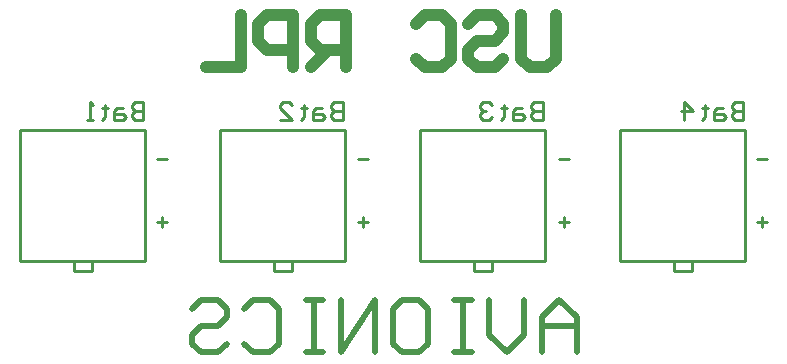
<source format=gbo>
%FSLAX23Y23*%
%MOIN*%
G70*
G01*
G75*
G04 Layer_Color=32896*
%ADD10C,0.091*%
%ADD11C,0.010*%
%ADD12C,0.040*%
%ADD13C,0.020*%
D11*
X610Y1275D02*
Y1710D01*
X195Y1275D02*
X610D01*
X195D02*
Y1710D01*
X610D01*
X435Y1240D02*
Y1275D01*
X375Y1240D02*
X435D01*
X375D02*
Y1270D01*
X1277Y1275D02*
Y1710D01*
X862Y1275D02*
X1277D01*
X862D02*
Y1710D01*
X1277D01*
X1102Y1240D02*
Y1275D01*
X1042Y1240D02*
X1102D01*
X1042D02*
Y1270D01*
X1943Y1275D02*
Y1710D01*
X1528Y1275D02*
X1943D01*
X1528D02*
Y1710D01*
X1943D01*
X1768Y1240D02*
Y1275D01*
X1708Y1240D02*
X1768D01*
X1708D02*
Y1270D01*
X2610Y1275D02*
Y1710D01*
X2195Y1275D02*
X2610D01*
X2195D02*
Y1710D01*
X2610D01*
X2435Y1240D02*
Y1275D01*
X2375Y1240D02*
X2435D01*
X2375D02*
Y1270D01*
X605Y1804D02*
Y1745D01*
X576D01*
X566Y1754D01*
Y1764D01*
X576Y1774D01*
X605D01*
X576D01*
X566Y1784D01*
Y1794D01*
X576Y1804D01*
X605D01*
X536Y1784D02*
X516D01*
X506Y1774D01*
Y1745D01*
X536D01*
X546Y1754D01*
X536Y1764D01*
X506D01*
X476Y1794D02*
Y1784D01*
X486D01*
X466D01*
X476D01*
Y1754D01*
X466Y1745D01*
X436D02*
X416D01*
X426D01*
Y1804D01*
X436Y1794D01*
X1272Y1804D02*
Y1745D01*
X1242D01*
X1232Y1754D01*
Y1764D01*
X1242Y1774D01*
X1272D01*
X1242D01*
X1232Y1784D01*
Y1794D01*
X1242Y1804D01*
X1272D01*
X1202Y1784D02*
X1182D01*
X1172Y1774D01*
Y1745D01*
X1202D01*
X1212Y1754D01*
X1202Y1764D01*
X1172D01*
X1142Y1794D02*
Y1784D01*
X1152D01*
X1132D01*
X1142D01*
Y1754D01*
X1132Y1745D01*
X1062D02*
X1102D01*
X1062Y1784D01*
Y1794D01*
X1072Y1804D01*
X1092D01*
X1102Y1794D01*
X1939Y1804D02*
Y1745D01*
X1909D01*
X1899Y1754D01*
Y1764D01*
X1909Y1774D01*
X1939D01*
X1909D01*
X1899Y1784D01*
Y1794D01*
X1909Y1804D01*
X1939D01*
X1869Y1784D02*
X1849D01*
X1839Y1774D01*
Y1745D01*
X1869D01*
X1879Y1754D01*
X1869Y1764D01*
X1839D01*
X1809Y1794D02*
Y1784D01*
X1819D01*
X1799D01*
X1809D01*
Y1754D01*
X1799Y1745D01*
X1769Y1794D02*
X1759Y1804D01*
X1739D01*
X1729Y1794D01*
Y1784D01*
X1739Y1774D01*
X1749D01*
X1739D01*
X1729Y1764D01*
Y1754D01*
X1739Y1745D01*
X1759D01*
X1769Y1754D01*
X2605Y1804D02*
Y1745D01*
X2576D01*
X2566Y1754D01*
Y1764D01*
X2576Y1774D01*
X2605D01*
X2576D01*
X2566Y1784D01*
Y1794D01*
X2576Y1804D01*
X2605D01*
X2536Y1784D02*
X2516D01*
X2506Y1774D01*
Y1745D01*
X2536D01*
X2546Y1754D01*
X2536Y1764D01*
X2506D01*
X2476Y1794D02*
Y1784D01*
X2486D01*
X2466D01*
X2476D01*
Y1754D01*
X2466Y1745D01*
X2406D02*
Y1804D01*
X2436Y1774D01*
X2396D01*
X2650Y1405D02*
X2683D01*
X2667Y1422D02*
Y1388D01*
X1990Y1405D02*
X2023D01*
X2007Y1422D02*
Y1388D01*
X1320Y1405D02*
X1353D01*
X1337Y1422D02*
Y1388D01*
X650Y1405D02*
X683D01*
X667Y1422D02*
Y1388D01*
X650Y1615D02*
X683D01*
X1320D02*
X1353D01*
X1990D02*
X2023D01*
X2650D02*
X2683D01*
D12*
X1980Y2095D02*
Y1949D01*
X1951Y1920D01*
X1893D01*
X1863Y1949D01*
Y2095D01*
X1688Y2066D02*
X1718Y2095D01*
X1776D01*
X1805Y2066D01*
Y2037D01*
X1776Y2007D01*
X1718D01*
X1688Y1978D01*
Y1949D01*
X1718Y1920D01*
X1776D01*
X1805Y1949D01*
X1513Y2066D02*
X1543Y2095D01*
X1601D01*
X1630Y2066D01*
Y1949D01*
X1601Y1920D01*
X1543D01*
X1513Y1949D01*
X1280Y1920D02*
Y2095D01*
X1193D01*
X1164Y2066D01*
Y2007D01*
X1193Y1978D01*
X1280D01*
X1222D02*
X1164Y1920D01*
X1105D02*
Y2095D01*
X1018D01*
X989Y2066D01*
Y2007D01*
X1018Y1978D01*
X1105D01*
X930Y2095D02*
Y1920D01*
X814D01*
D13*
X2050Y970D02*
Y1087D01*
X1992Y1145D01*
X1933Y1087D01*
Y970D01*
Y1057D01*
X2050D01*
X1875Y1145D02*
Y1028D01*
X1817Y970D01*
X1758Y1028D01*
Y1145D01*
X1700D02*
X1642D01*
X1671D01*
Y970D01*
X1700D01*
X1642D01*
X1467Y1145D02*
X1525D01*
X1554Y1116D01*
Y999D01*
X1525Y970D01*
X1467D01*
X1438Y999D01*
Y1116D01*
X1467Y1145D01*
X1379Y970D02*
Y1145D01*
X1263Y970D01*
Y1145D01*
X1204D02*
X1146D01*
X1175D01*
Y970D01*
X1204D01*
X1146D01*
X942Y1116D02*
X971Y1145D01*
X1029D01*
X1059Y1116D01*
Y999D01*
X1029Y970D01*
X971D01*
X942Y999D01*
X767Y1116D02*
X796Y1145D01*
X855D01*
X884Y1116D01*
Y1087D01*
X855Y1057D01*
X796D01*
X767Y1028D01*
Y999D01*
X796Y970D01*
X855D01*
X884Y999D01*
M02*

</source>
